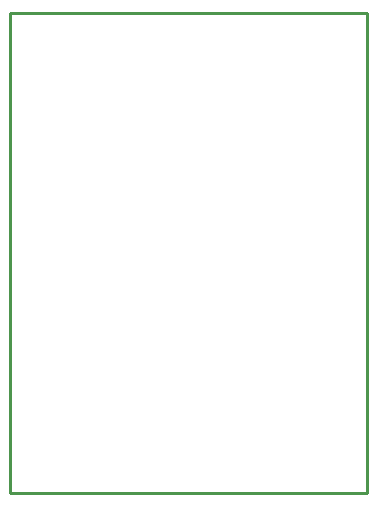
<source format=gbr>
G04 EAGLE Gerber RS-274X export*
G75*
%MOMM*%
%FSLAX34Y34*%
%LPD*%
%IN*%
%IPPOS*%
%AMOC8*
5,1,8,0,0,1.08239X$1,22.5*%
G01*
%ADD10C,0.254000*%


D10*
X165100Y279300D02*
X466600Y279300D01*
X466600Y685700D01*
X165100Y685700D01*
X165100Y279300D01*
M02*

</source>
